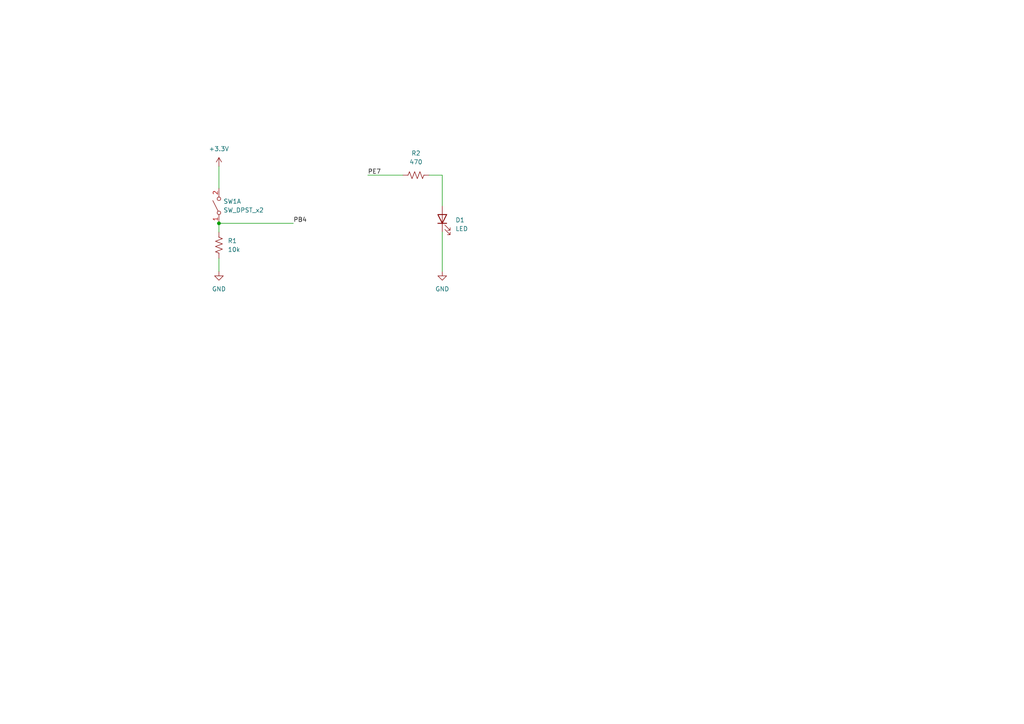
<source format=kicad_sch>
(kicad_sch (version 20230121) (generator eeschema)
  (paper "A4")
  (title_block (title "Lab 1") (date "2025-01-17") (company "Shivansh Madan"))
  (lib_symbols
    (symbol "Device:LED" (pin_numbers hide) (pin_names (offset 1.016) hide)
      (property "Reference" "D" (at 0 2.54 0))
      (property "Value" "LED" (at 0 -2.54 0))
      (symbol "LED_0_1"
        (polyline (pts (xy -1.27 -1.27) (xy -1.27 1.27)) (stroke (width 0.254)))
        (polyline (pts (xy -1.27 0) (xy 1.27 0)))
        (polyline (pts (xy 1.27 -1.27) (xy 1.27 1.27) (xy -1.27 0) (xy 1.27 -1.27)) (stroke (width 0.254)))
        (polyline (pts (xy -3.048 -0.762) (xy -4.572 -2.286) (xy -3.81 -2.286) (xy -4.572 -2.286) (xy -4.572 -1.524)))
        (polyline (pts (xy -1.778 -0.762) (xy -3.302 -2.286) (xy -2.54 -2.286) (xy -3.302 -2.286) (xy -3.302 -1.524)))
      )
      (symbol "LED_1_1"
        (pin passive line (at -3.81 0 0) (length 2.54) (name "K") (number "1"))
        (pin passive line (at 3.81 0 180) (length 2.54) (name "A") (number "2"))
      )
    )
    (symbol "Device:R_US" (pin_numbers hide) (pin_names (offset 0))
      (property "Reference" "R" (at 2.54 0 90))
      (property "Value" "R_US" (at -2.54 0 90))
      (symbol "R_US_0_1"
        (polyline (pts (xy 0 -2.286) (xy 0 -2.54)))
        (polyline (pts (xy 0 2.286) (xy 0 2.54)))
        (polyline (pts (xy 0 -0.762) (xy 1.016 -1.143) (xy 0 -1.524) (xy -1.016 -1.905) (xy 0 -2.286)))
        (polyline (pts (xy 0 0.762) (xy 1.016 0.381) (xy 0 0) (xy -1.016 -0.381) (xy 0 -0.762)))
        (polyline (pts (xy 0 2.286) (xy 1.016 1.905) (xy 0 1.524) (xy -1.016 1.143) (xy 0 0.762)))
      )
      (symbol "R_US_1_1"
        (pin passive line (at 0 3.81 270) (length 1.27) (name "~") (number "1"))
        (pin passive line (at 0 -3.81 90) (length 1.27) (name "~") (number "2"))
      )
    )
    (symbol "Switch:SW_DPST_x2" (pin_names (offset 0) hide)
      (property "Reference" "SW" (at 0 3.175 0))
      (property "Value" "SW_DPST_x2" (at 0 -2.54 0))
      (symbol "SW_DPST_x2_0_0"
        (circle (center -2.032 0) (radius 0.508))
        (polyline (pts (xy -1.524 0.254) (xy 1.524 1.778)))
        (circle (center 2.032 0) (radius 0.508))
      )
      (symbol "SW_DPST_x2_1_1"
        (pin passive line (at -5.08 0 0) (length 2.54) (name "A") (number "1"))
        (pin passive line (at 5.08 0 180) (length 2.54) (name "B") (number "2"))
      )
      (symbol "SW_DPST_x2_2_1"
        (pin passive line (at -5.08 0 0) (length 2.54) (name "A") (number "3"))
        (pin passive line (at 5.08 0 180) (length 2.54) (name "B") (number "4"))
      )
    )
    (symbol "power:+3.3V" (power) (pin_names (offset 0))
      (property "Value" "+3.3V" (at 0 3.556 0))
      (symbol "+3.3V_0_1"
        (polyline (pts (xy -0.762 1.27) (xy 0 2.54)))
        (polyline (pts (xy 0 0) (xy 0 2.54)))
        (polyline (pts (xy 0 2.54) (xy 0.762 1.27)))
      )
      (symbol "+3.3V_1_1"
        (pin power_in line (at 0 0 90) (length 0) hide (name "+3.3V") (number "1"))
      )
    )
    (symbol "power:GND" (power) (pin_names (offset 0))
      (property "Value" "GND" (at 0 -3.81 0))
      (symbol "GND_0_1"
        (polyline (pts (xy 0 0) (xy 0 -1.27) (xy 1.27 -1.27) (xy 0 -2.54) (xy -1.27 -1.27) (xy 0 -1.27)))
      )
      (symbol "GND_1_1"
        (pin power_in line (at 0 0 270) (length 0) hide (name "GND") (number "1"))
      )
    )
  )
  (junction (at 63.5 64.77))
  (wire (pts (xy 106.68 50.8) (xy 116.84 50.8)))
  (wire (pts (xy 63.5 64.77) (xy 63.5 67.31)))
  (wire (pts (xy 63.5 74.93) (xy 63.5 78.74)))
  (wire (pts (xy 63.5 64.77) (xy 85.09 64.77)))
  (wire (pts (xy 124.46 50.8) (xy 128.27 50.8)))
  (wire (pts (xy 128.27 67.31) (xy 128.27 78.74)))
  (wire (pts (xy 128.27 50.8) (xy 128.27 59.69)))
  (wire (pts (xy 63.5 48.26) (xy 63.5 54.61)))
  (label "PB4" (at 85.09 64.77 0))
  (label "PE7" (at 106.68 50.8 0))
  (symbol (lib_id "power:GND") (at 128.27 78.74 0) (unit 1)
    (property "Reference" "#PWR03" (effects hide))
    (property "Value" "GND" (at 128.27 83.82 0))
  )
  (symbol (lib_id "Switch:SW_DPST_x2") (at 63.5 59.69 90) (unit 1)
    (property "Reference" "SW1" (at 64.77 58.42 90) (effects (justify right)))
    (property "Value" "SW_DPST_x2" (at 64.77 60.96 90) (effects (justify right)))
  )
  (symbol (lib_id "power:+3.3V") (at 63.5 48.26 0) (unit 1)
    (property "Reference" "#PWR01" (effects hide))
    (property "Value" "+3.3V" (at 63.5 43.18 0))
  )
  (symbol (lib_id "Device:LED") (at 128.27 63.5 90) (unit 1)
    (property "Reference" "D1" (at 132.08 63.8175 90) (effects (justify right)))
    (property "Value" "LED" (at 132.08 66.3575 90) (effects (justify right)))
  )
  (symbol (lib_id "power:GND") (at 63.5 78.74 0) (unit 1)
    (property "Reference" "#PWR02" (effects hide))
    (property "Value" "GND" (at 63.5 83.82 0))
  )
  (symbol (lib_id "Device:R_US") (at 120.65 50.8 90) (unit 1)
    (property "Reference" "R2" (at 120.65 44.45 90))
    (property "Value" "470" (at 120.65 46.99 90))
  )
  (symbol (lib_id "Device:R_US") (at 63.5 71.12 0) (unit 1)
    (property "Reference" "R1" (at 66.04 69.85 0) (effects (justify left)))
    (property "Value" "10k" (at 66.04 72.39 0) (effects (justify left)))
  )
)
</source>
